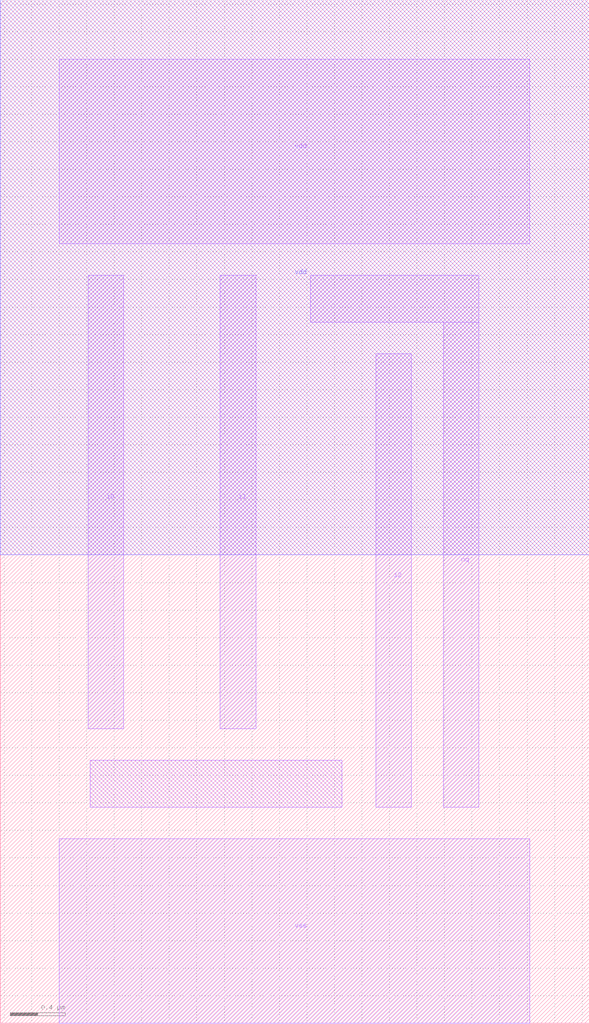
<source format=lef>
VERSION 5.7 ;
  NOWIREEXTENSIONATPIN ON ;
  DIVIDERCHAR "/" ;
  BUSBITCHARS "[]" ;
MACRO or21nand_x0
  CLASS BLOCK ;
  FOREIGN or21nand_x0 ;
  ORIGIN 0.430 0.000 ;
  SIZE 4.280 BY 7.430 ;
  PIN vdd
    ANTENNADIFFAREA 2.063200 ;
    PORT
      LAYER Nwell ;
        RECT -0.430 3.400 3.850 7.430 ;
      LAYER Metal1 ;
        RECT 0.000 5.660 3.420 7.000 ;
    END
  END vdd
  PIN vss
    ANTENNADIFFAREA 1.588000 ;
    PORT
      LAYER Metal1 ;
        RECT 0.000 0.000 3.420 1.340 ;
    END
  END vss
  PIN i0
    ANTENNAGATEAREA 0.492800 ;
    PORT
      LAYER Metal1 ;
        RECT 0.210 2.140 0.470 5.430 ;
    END
  END i0
  PIN i1
    ANTENNAGATEAREA 0.492800 ;
    PORT
      LAYER Metal1 ;
        RECT 1.170 2.140 1.430 5.430 ;
    END
  END i1
  PIN nq
    ANTENNADIFFAREA 1.003200 ;
    PORT
      LAYER Metal1 ;
        RECT 1.825 5.090 3.050 5.430 ;
        RECT 2.790 1.570 3.050 5.090 ;
    END
  END nq
  PIN i2
    ANTENNAGATEAREA 0.492800 ;
    PORT
      LAYER Metal1 ;
        RECT 2.300 1.570 2.560 4.860 ;
    END
  END i2
  OBS
      LAYER Metal1 ;
        RECT 0.225 1.570 2.055 1.910 ;
  END
END or21nand_x0
END LIBRARY


</source>
